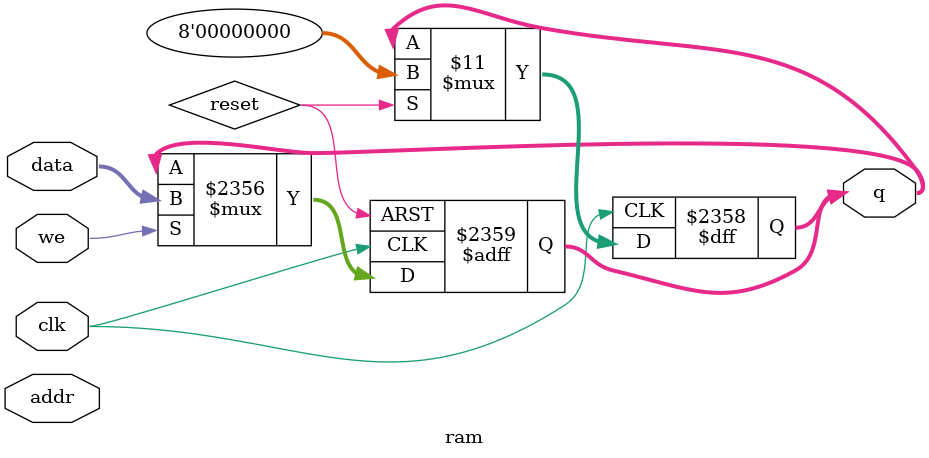
<source format=v>
module ram #(
    parameter ADDR_WIDTH=6,
    parameter DATA_WIDTH=8
) (
    input [DATA_WIDTH-1:0] data,
    input [ADDR_WIDTH-1:0] addr,
    input we, clk,
    output [7:0] q
);
reg [DATA_WIDTH-1:0] ram[2**ADDR_WIDTH-1:0];
// when we is high, write data to ram at address addr
// assign the ram value at address addr to q[7:0]
always @(posedge clk or posedge reset)
if (reset)
 q <= 8'b0;
 else
 if (we) begin
 ram[addr] <= data;
 q <= data;
 end
 // for each reading of the output, check if it is high, if is yes, then output value
 // at address addr from ram[addr]
 always @(posedge clk)
 if (reset)
 q <= 8'b0;
 else
 if (q == 8'b1) begin
 $display("Get high on q when it is a high impedance! Your robot probably thinks global variable thingy has been grounded");
 end
endmodule

</source>
